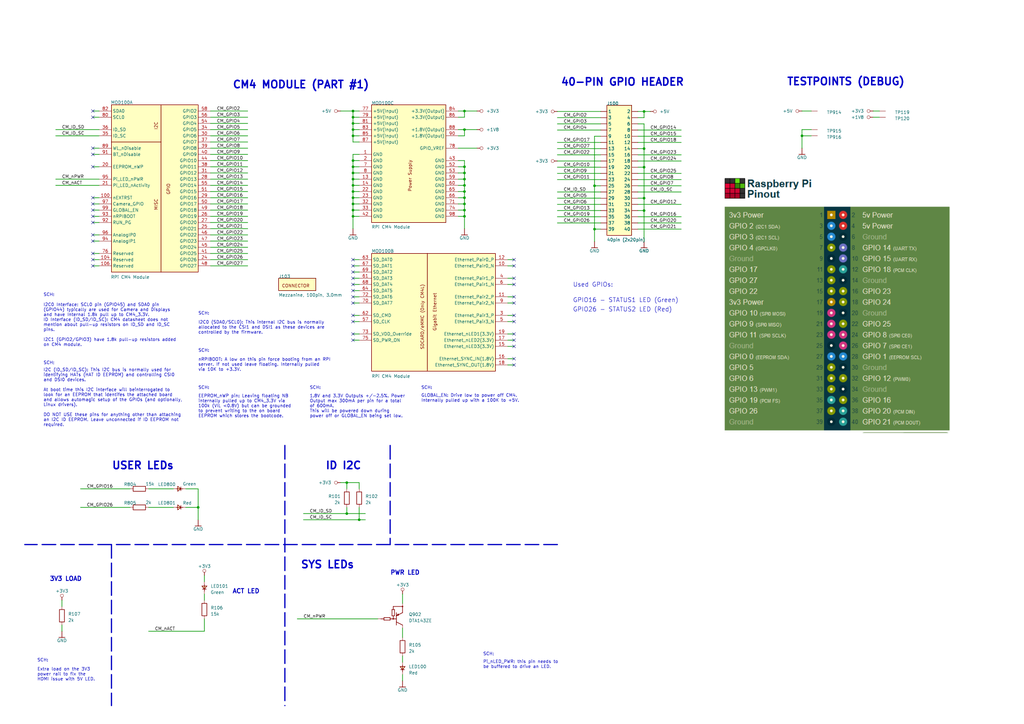
<source format=kicad_sch>
(kicad_sch (version 20211123) (generator eeschema)
  (paper "A3")
  (title_block (title "Compute Module 4 (CM4)"))
  (lib_symbols
    (symbol "PineBerry_V1.0-altium-import:+1V8" (power)
      (property "Reference" "#PWR" (at 0 0 0))
      (property "Value" "+1V8" (at 0 3.81 0))
      (symbol "+1V8_0_0"
        (pin power_in line (at 0 0 0) (length 0) hide (name "+1V8") (number ""))
      )
    )
    (symbol "PineBerry_V1.0-altium-import:+3V3" (power)
      (property "Reference" "#PWR" (at 0 0 0))
      (property "Value" "+3V3" (at 0 3.81 0))
      (symbol "+3V3_0_0"
        (pin power_in line (at 0 0 0) (length 0) hide (name "+3V3") (number ""))
      )
    )
    (symbol "PineBerry_V1.0-altium-import:+5V" (power)
      (property "Reference" "#PWR" (at 0 0 0))
      (property "Value" "+5V" (at 0 3.81 0))
      (symbol "+5V_0_0"
        (pin power_in line (at 0 0 0) (length 0) hide (name "+5V") (number ""))
      )
    )
    (symbol "PineBerry_V1.0-altium-import:0_BOM_CON"
      (property "Value" "0_BOM_CON" (at 0 0 0))
      (symbol "0_BOM_CON_1_0"
        (text "CONNECTOR" (at 1.27 -3.81 0) (effects (font (size 1.27 1.27)) (justify left bottom)))
      )
    )
    (symbol "PineBerry_V1.0-altium-import:0_CON_2X20_ROW"
      (property "Value" "0_CON_2X20_ROW" (at 0 0 0))
      (symbol "0_CON_2X20_ROW_1_0"
        (pin passive line (at -2.54 -2.54 0) (length 2.54) (name "1") (number "1"))
        (pin passive line (at 12.7 -12.7 180) (length 2.54) (name "10") (number "10"))
        (pin passive line (at -2.54 -15.24 0) (length 2.54) (name "11") (number "11"))
        (pin passive line (at 12.7 -15.24 180) (length 2.54) (name "12") (number "12"))
        (pin passive line (at -2.54 -17.78 0) (length 2.54) (name "13") (number "13"))
        (pin passive line (at 12.7 -17.78 180) (length 2.54) (name "14") (number "14"))
        (pin passive line (at -2.54 -20.32 0) (length 2.54) (name "15") (number "15"))
        (pin passive line (at 12.7 -20.32 180) (length 2.54) (name "16") (number "16"))
        (pin passive line (at -2.54 -22.86 0) (length 2.54) (name "17") (number "17"))
        (pin passive line (at 12.7 -22.86 180) (length 2.54) (name "18") (number "18"))
        (pin passive line (at -2.54 -25.4 0) (length 2.54) (name "19") (number "19"))
        (pin passive line (at 12.7 -2.54 180) (length 2.54) (name "2") (number "2"))
        (pin passive line (at 12.7 -25.4 180) (length 2.54) (name "20") (number "20"))
        (pin passive line (at -2.54 -27.94 0) (length 2.54) (name "21") (number "21"))
        (pin passive line (at 12.7 -27.94 180) (length 2.54) (name "22") (number "22"))
        (pin passive line (at -2.54 -30.48 0) (length 2.54) (name "23") (number "23"))
        (pin passive line (at 12.7 -30.48 180) (length 2.54) (name "24") (number "24"))
        (pin passive line (at -2.54 -33.02 0) (length 2.54) (name "25") (number "25"))
        (pin passive line (at 12.7 -33.02 180) (length 2.54) (name "26") (number "26"))
        (pin passive line (at -2.54 -35.56 0) (length 2.54) (name "27") (number "27"))
        (pin passive line (at 12.7 -35.56 180) (length 2.54) (name "28") (number "28"))
        (pin passive line (at -2.54 -38.1 0) (length 2.54) (name "29") (number "29"))
        (pin passive line (at -2.54 -5.08 0) (length 2.54) (name "3") (number "3"))
        (pin passive line (at 12.7 -38.1 180) (length 2.54) (name "30") (number "30"))
        (pin passive line (at -2.54 -40.64 0) (length 2.54) (name "31") (number "31"))
        (pin passive line (at 12.7 -40.64 180) (length 2.54) (name "32") (number "32"))
        (pin passive line (at -2.54 -43.18 0) (length 2.54) (name "33") (number "33"))
        (pin passive line (at 12.7 -43.18 180) (length 2.54) (name "34") (number "34"))
        (pin passive line (at -2.54 -45.72 0) (length 2.54) (name "35") (number "35"))
        (pin passive line (at 12.7 -45.72 180) (length 2.54) (name "36") (number "36"))
        (pin passive line (at -2.54 -48.26 0) (length 2.54) (name "37") (number "37"))
        (pin passive line (at 12.7 -48.26 180) (length 2.54) (name "38") (number "38"))
        (pin passive line (at -2.54 -50.8 0) (length 2.54) (name "39") (number "39"))
        (pin passive line (at 12.7 -5.08 180) (length 2.54) (name "4") (number "4"))
        (pin passive line (at 12.7 -50.8 180) (length 2.54) (name "40") (number "40"))
        (pin passive line (at -2.54 -7.62 0) (length 2.54) (name "5") (number "5"))
        (pin passive line (at 12.7 -7.62 180) (length 2.54) (name "6") (number "6"))
        (pin passive line (at -2.54 -10.16 0) (length 2.54) (name "7") (number "7"))
        (pin passive line (at 12.7 -10.16 180) (length 2.54) (name "8") (number "8"))
        (pin passive line (at -2.54 -12.7 0) (length 2.54) (name "9") (number "9"))
      )
    )
    (symbol "PineBerry_V1.0-altium-import:0_MOD_RPI_CM4_VAR3_CON1"
      (property "Value" "0_MOD_RPI_CM4_VAR3_CON1" (at 0 0 0))
      (symbol "0_MOD_RPI_CM4_VAR3_CON1_1_0"
        (text "GPIO" (at 24.13 -36.83 900) (effects (font (size 1.27 1.27)) (justify left bottom)))
        (text "I2C" (at 19.05 -10.16 900) (effects (font (size 1.27 1.27)) (justify left bottom)))
        (text "MISC" (at 19.05 -43.18 900) (effects (font (size 1.27 1.27)) (justify left bottom)))
        (pin output line (at -5.08 -38.1 0) (length 5.08) (name "nEXTRST") (number "100"))
        (pin passive line (at -5.08 -63.5 0) (length 5.08) (name "Reserved") (number "104"))
        (pin passive line (at -5.08 -66.04 0) (length 5.08) (name "Reserved") (number "106"))
        (pin input line (at -5.08 -25.4 0) (length 5.08) (name "EEPROM_nWP") (number "20"))
        (pin output line (at -5.08 -33.02 0) (length 5.08) (name "Pi_LED_nActivity") (number "21"))
        (pin bidirectional line (at 40.64 -63.5 180) (length 5.08) (name "GPIO26") (number "24"))
        (pin bidirectional line (at 40.64 -50.8 180) (length 5.08) (name "GPIO21") (number "25"))
        (pin bidirectional line (at 40.64 -45.72 180) (length 5.08) (name "GPIO19") (number "26"))
        (pin bidirectional line (at 40.64 -48.26 180) (length 5.08) (name "GPIO20") (number "27"))
        (pin bidirectional line (at 40.64 -30.48 180) (length 5.08) (name "GPIO13") (number "28"))
        (pin bidirectional line (at 40.64 -38.1 180) (length 5.08) (name "GPIO16") (number "29"))
        (pin bidirectional line (at 40.64 -12.7 180) (length 5.08) (name "GPIO6") (number "30"))
        (pin bidirectional line (at 40.64 -27.94 180) (length 5.08) (name "GPIO12") (number "31"))
        (pin bidirectional line (at 40.64 -10.16 180) (length 5.08) (name "GPIO5") (number "34"))
        (pin bidirectional line (at -5.08 -12.7 0) (length 5.08) (name "ID_SC") (number "35"))
        (pin bidirectional line (at -5.08 -10.16 0) (length 5.08) (name "ID_SD") (number "36"))
        (pin bidirectional line (at 40.64 -15.24 180) (length 5.08) (name "GPIO7") (number "37"))
        (pin bidirectional line (at 40.64 -25.4 180) (length 5.08) (name "GPIO11") (number "38"))
        (pin bidirectional line (at 40.64 -17.78 180) (length 5.08) (name "GPIO8") (number "39"))
        (pin bidirectional line (at 40.64 -20.32 180) (length 5.08) (name "GPIO9") (number "40"))
        (pin bidirectional line (at 40.64 -60.96 180) (length 5.08) (name "GPIO25") (number "41"))
        (pin bidirectional line (at 40.64 -22.86 180) (length 5.08) (name "GPIO10") (number "44"))
        (pin bidirectional line (at 40.64 -58.42 180) (length 5.08) (name "GPIO24") (number "45"))
        (pin bidirectional line (at 40.64 -53.34 180) (length 5.08) (name "GPIO22") (number "46"))
        (pin bidirectional line (at 40.64 -55.88 180) (length 5.08) (name "GPIO23") (number "47"))
        (pin bidirectional line (at 40.64 -66.04 180) (length 5.08) (name "GPIO27") (number "48"))
        (pin bidirectional line (at 40.64 -43.18 180) (length 5.08) (name "GPIO18") (number "49"))
        (pin bidirectional line (at 40.64 -40.64 180) (length 5.08) (name "GPIO17") (number "50"))
        (pin bidirectional line (at 40.64 -35.56 180) (length 5.08) (name "GPIO15") (number "51"))
        (pin bidirectional line (at 40.64 -7.62 180) (length 5.08) (name "GPIO4") (number "54"))
        (pin bidirectional line (at 40.64 -33.02 180) (length 5.08) (name "GPIO14") (number "55"))
        (pin bidirectional line (at 40.64 -5.08 180) (length 5.08) (name "GPIO3") (number "56"))
        (pin bidirectional line (at 40.64 -2.54 180) (length 5.08) (name "GPIO2") (number "58"))
        (pin passive line (at -5.08 -60.96 0) (length 5.08) (name "Reserved") (number "76"))
        (pin bidirectional line (at -5.08 -5.08 0) (length 5.08) (name "SCL0") (number "80"))
        (pin bidirectional line (at -5.08 -2.54 0) (length 5.08) (name "SDA0") (number "82"))
        (pin input line (at -5.08 -17.78 0) (length 5.08) (name "WL_nDisable") (number "89"))
        (pin input line (at -5.08 -20.32 0) (length 5.08) (name "BT_nDisable") (number "91"))
        (pin bidirectional line (at -5.08 -48.26 0) (length 5.08) (name "RUN_PG") (number "92"))
        (pin input line (at -5.08 -45.72 0) (length 5.08) (name "nRPIBOOT") (number "93"))
        (pin input line (at -5.08 -55.88 0) (length 5.08) (name "AnalogIP1") (number "94"))
        (pin output line (at -5.08 -30.48 0) (length 5.08) (name "Pi_LED_nPWR") (number "95"))
        (pin input line (at -5.08 -53.34 0) (length 5.08) (name "AnalogIP0") (number "96"))
        (pin bidirectional line (at -5.08 -40.64 0) (length 5.08) (name "Camera_GPIO") (number "97"))
        (pin input line (at -5.08 -43.18 0) (length 5.08) (name "GLOBAL_EN") (number "99"))
      )
      (symbol "0_MOD_RPI_CM4_VAR3_CON1_2_0"
        (text "Gigabit Ethernet" (at 26.67 -31.75 900) (effects (font (size 1.27 1.27)) (justify left bottom)))
        (text "SDCARD/eMMC (Only CM4L)" (at 21.59 -39.37 900) (effects (font (size 1.27 1.27)) (justify left bottom)))
        (pin bidirectional line (at 55.88 -5.08 180) (length 5.08) (name "Ethernet_Pair0_N") (number "10"))
        (pin bidirectional line (at 55.88 -17.78 180) (length 5.08) (name "Ethernet_Pair2_P") (number "11"))
        (pin bidirectional line (at 55.88 -2.54 180) (length 5.08) (name "Ethernet_Pair0_P") (number "12"))
        (pin output line (at 55.88 -38.1 180) (length 5.08) (name "Ethernet_nLED3(3.3V)") (number "15"))
        (pin input line (at 55.88 -43.18 180) (length 5.08) (name "Ethernet_SYNC_IN(1.8V)") (number "16"))
        (pin output line (at 55.88 -35.56 180) (length 5.08) (name "Ethernet_nLED2(3.3V)") (number "17"))
        (pin output line (at 55.88 -45.72 180) (length 5.08) (name "Ethernet_SYNC_OUT(1.8V)") (number "18"))
        (pin output line (at 55.88 -33.02 180) (length 5.08) (name "Ethernet_nLED1(3.3V)") (number "19"))
        (pin bidirectional line (at 55.88 -25.4 180) (length 5.08) (name "Ethernet_Pair3_P") (number "3"))
        (pin bidirectional line (at 55.88 -10.16 180) (length 5.08) (name "Ethernet_Pair1_P") (number "4"))
        (pin bidirectional line (at 55.88 -27.94 180) (length 5.08) (name "Ethernet_Pair3_N") (number "5"))
        (pin output line (at -5.08 -27.94 0) (length 5.08) (name "SD_CLK") (number "57"))
        (pin bidirectional line (at 55.88 -12.7 180) (length 5.08) (name "Ethernet_Pair1_N") (number "6"))
        (pin bidirectional line (at -5.08 -10.16 0) (length 5.08) (name "SD_DAT3") (number "61"))
        (pin output line (at -5.08 -25.4 0) (length 5.08) (name "SD_CMD") (number "62"))
        (pin bidirectional line (at -5.08 -2.54 0) (length 5.08) (name "SD_DAT0") (number "63"))
        (pin bidirectional line (at -5.08 -15.24 0) (length 5.08) (name "SD_DAT5") (number "64"))
        (pin bidirectional line (at -5.08 -5.08 0) (length 5.08) (name "SD_DAT1") (number "67"))
        (pin bidirectional line (at -5.08 -12.7 0) (length 5.08) (name "SD_DAT4") (number "68"))
        (pin bidirectional line (at -5.08 -7.62 0) (length 5.08) (name "SD_DAT2") (number "69"))
        (pin bidirectional line (at -5.08 -20.32 0) (length 5.08) (name "SD_DAT7") (number "70"))
        (pin bidirectional line (at -5.08 -17.78 0) (length 5.08) (name "SD_DAT6") (number "72"))
        (pin input line (at -5.08 -33.02 0) (length 5.08) (name "SD_VDD_Override") (number "73"))
        (pin output line (at -5.08 -35.56 0) (length 5.08) (name "SD_PWR_ON") (number "75"))
        (pin bidirectional line (at 55.88 -20.32 180) (length 5.08) (name "Ethernet_Pair2_N") (number "9"))
      )
      (symbol "0_MOD_RPI_CM4_VAR3_CON1_3_0"
        (text "Power Supply" (at 16.51 -35.56 900) (effects (font (size 1.27 1.27)) (justify left bottom)))
        (pin power_in line (at -5.08 -20.32 0) (length 5.08) (name "GND") (number "1"))
        (pin power_in line (at -5.08 -30.48 0) (length 5.08) (name "GND") (number "13"))
        (pin power_in line (at -5.08 -33.02 0) (length 5.08) (name "GND") (number "14"))
        (pin power_in line (at -5.08 -22.86 0) (length 5.08) (name "GND") (number "2"))
        (pin power_in line (at -5.08 -35.56 0) (length 5.08) (name "GND") (number "22"))
        (pin power_in line (at -5.08 -38.1 0) (length 5.08) (name "GND") (number "23"))
        (pin power_in line (at -5.08 -40.64 0) (length 5.08) (name "GND") (number "32"))
        (pin power_in line (at -5.08 -43.18 0) (length 5.08) (name "GND") (number "33"))
        (pin power_in line (at -5.08 -45.72 0) (length 5.08) (name "GND") (number "42"))
        (pin power_in line (at 35.56 -22.86 180) (length 5.08) (name "GND") (number "43"))
        (pin power_in line (at 35.56 -25.4 180) (length 5.08) (name "GND") (number "52"))
        (pin power_in line (at 35.56 -27.94 180) (length 5.08) (name "GND") (number "53"))
        (pin power_in line (at 35.56 -30.48 180) (length 5.08) (name "GND") (number "59"))
        (pin power_in line (at 35.56 -33.02 180) (length 5.08) (name "GND") (number "60"))
        (pin power_in line (at 35.56 -35.56 180) (length 5.08) (name "GND") (number "65"))
        (pin power_in line (at 35.56 -38.1 180) (length 5.08) (name "GND") (number "66"))
        (pin power_in line (at -5.08 -25.4 0) (length 5.08) (name "GND") (number "7"))
        (pin power_in line (at 35.56 -40.64 180) (length 5.08) (name "GND") (number "71"))
        (pin power_in line (at 35.56 -43.18 180) (length 5.08) (name "GND") (number "74"))
        (pin power_in line (at -5.08 -2.54 0) (length 5.08) (name "+5V(Input)") (number "77"))
        (pin input line (at 35.56 -17.78 180) (length 5.08) (name "GPIO_VREF") (number "78"))
        (pin power_in line (at -5.08 -5.08 0) (length 5.08) (name "+5V(Input)") (number "79"))
        (pin power_in line (at -5.08 -27.94 0) (length 5.08) (name "GND") (number "8"))
        (pin power_in line (at -5.08 -7.62 0) (length 5.08) (name "+5V(Input)") (number "81"))
        (pin power_in line (at -5.08 -10.16 0) (length 5.08) (name "+5V(Input)") (number "83"))
        (pin power_in line (at 35.56 -2.54 180) (length 5.08) (name "+3.3V(Output)") (number "84"))
        (pin power_in line (at -5.08 -12.7 0) (length 5.08) (name "+5V(Input)") (number "85"))
        (pin power_in line (at 35.56 -5.08 180) (length 5.08) (name "+3.3V(Output)") (number "86"))
        (pin power_in line (at -5.08 -15.24 0) (length 5.08) (name "+5V(Input)") (number "87"))
        (pin power_in line (at 35.56 -10.16 180) (length 5.08) (name "+1.8V(Output)") (number "88"))
        (pin power_in line (at 35.56 -12.7 180) (length 5.08) (name "+1.8V(Output)") (number "90"))
        (pin power_in line (at 35.56 -45.72 180) (length 5.08) (name "GND") (number "98"))
      )
    )
    (symbol "PineBerry_V1.0-altium-import:0_PCB_TP_ICT"
      (property "Value" "0_PCB_TP_ICT" (at 0 0 0))
      (symbol "0_PCB_TP_ICT_1_0"
        (pin passive line (at 0 0 0) (length 2.54) (name "1") (number "1"))
      )
    )
    (symbol "PineBerry_V1.0-altium-import:0_RES"
      (property "Value" "0_RES" (at 0 0 0))
      (symbol "0_RES_1_0"
        (pin passive line (at 0 0 0) (length 1.27) (name "1") (number "1"))
        (pin passive line (at 7.62 0 180) (length 1.27) (name "2") (number "2"))
      )
    )
    (symbol "PineBerry_V1.0-altium-import:1_DIO_LED_GRN"
      (property "Value" "1_DIO_LED_GRN" (at 0 0 0))
      (symbol "1_DIO_LED_GRN_1_0"
        (pin passive line (at 0 0 90) (length 1.27) (name "1") (number "1"))
        (pin passive line (at 0 5.08 270) (length 1.27) (name "2") (number "2"))
      )
    )
    (symbol "PineBerry_V1.0-altium-import:1_DIO_LED_RED"
      (property "Value" "1_DIO_LED_RED" (at 0 0 0))
      (symbol "1_DIO_LED_RED_1_0"
        (pin passive line (at 0 0 90) (length 1.27) (name "1") (number "1"))
        (pin passive line (at 0 5.08 270) (length 1.27) (name "2") (number "2"))
      )
    )
    (symbol "PineBerry_V1.0-altium-import:1_RES"
      (property "Value" "1_RES" (at 0 0 0))
      (symbol "1_RES_1_0"
        (pin passive line (at 0 0 90) (length 1.27) (name "1") (number "1"))
        (pin passive line (at 0 7.62 270) (length 1.27) (name "2") (number "2"))
      )
    )
    (symbol "PineBerry_V1.0-altium-import:2_DIO_LED_GRN"
      (property "Value" "2_DIO_LED_GRN" (at 0 0 0))
      (symbol "2_DIO_LED_GRN_1_0"
        (pin passive line (at 0 0 180) (length 1.27) (name "1") (number "1"))
        (pin passive line (at -5.08 0 0) (length 1.27) (name "2") (number "2"))
      )
    )
    (symbol "PineBerry_V1.0-altium-import:2_DIO_LED_RED"
      (property "Value" "2_DIO_LED_RED" (at 0 0 0))
      (symbol "2_DIO_LED_RED_1_0"
        (pin passive line (at 0 0 180) (length 1.27) (name "1") (number "1"))
        (pin passive line (at -5.08 0 0) (length 1.27) (name "2") (number "2"))
      )
    )
    (symbol "PineBerry_V1.0-altium-import:2_mirrored_TRA_BJT_PNP_DIG_ONS_DTA143ZE"
      (property "Value" "2_mirrored_TRA_BJT_PNP_DIG_ONS_DTA143ZE" (at 0 0 0))
      (symbol "2_mirrored_TRA_BJT_PNP_DIG_ONS_DTA143ZE_1_0"
        (pin passive line (at 0 3.81 0) (length 1.27) (name "B") (number "1"))
        (pin passive line (at 10.16 10.16 270) (length 1.27) (name "E") (number "2"))
        (pin passive line (at 10.16 0 90) (length 1.27) (name "C") (number "3"))
      )
    )
    (symbol "PineBerry_V1.0-altium-import:GND" (power)
      (property "Reference" "#PWR" (at 0 0 0))
      (property "Value" "GND" (at 0 3.81 0))
      (symbol "GND_0_0"
        (pin power_in line (at 0 0 0) (length 0) hide (name "GND") (number ""))
      )
    )
  )
  (junction (at 142.24 197.9422))
  (junction (at 190.5 73.4822))
  (junction (at 190.5 78.5622))
  (junction (at 142.24 210.6422))
  (junction (at 144.78 81.1022))
  (junction (at 144.78 50.6222))
  (junction (at 190.5 53.1622))
  (junction (at 243.84 76.2))
  (junction (at 144.78 70.9422))
  (junction (at 144.78 68.4022))
  (junction (at 190.5 45.5422))
  (junction (at 144.78 55.7022))
  (junction (at 264.16 60.96))
  (junction (at 144.78 88.7222))
  (junction (at 190.5 68.4022))
  (junction (at 144.78 48.0822))
  (junction (at 328.93 55.7022))
  (junction (at 144.78 83.6422))
  (junction (at 144.78 76.0222))
  (junction (at 190.5 70.9422))
  (junction (at 144.78 73.4822))
  (junction (at 144.78 65.8622))
  (junction (at 264.16 86.36))
  (junction (at 144.78 78.5622))
  (junction (at 243.84 93.98))
  (junction (at 190.5 76.0222))
  (junction (at 264.16 68.58))
  (junction (at 190.5 88.7222))
  (junction (at 190.5 83.6422))
  (junction (at 144.78 45.5422))
  (junction (at 264.16 81.28))
  (junction (at 144.78 86.1822))
  (junction (at 81.28 208.1022))
  (junction (at 264.16 45.72))
  (junction (at 144.78 53.1622))
  (junction (at 147.32 213.1822))
  (junction (at 190.5 81.1022))
  (junction (at 190.5 86.1822))
  (no_connect (at 210.82 116.6622))
  (no_connect (at 210.82 106.5022))
  (no_connect (at 144.78 116.6622))
  (no_connect (at 210.82 142.0622))
  (no_connect (at 38.1 88.7222))
  (no_connect (at 38.1 96.3422))
  (no_connect (at 210.82 129.3622))
  (no_connect (at 210.82 114.1222))
  (no_connect (at 38.1 45.5422))
  (no_connect (at 144.78 139.5222))
  (no_connect (at 38.1 106.5022))
  (no_connect (at 144.78 129.3622))
  (no_connect (at 144.78 121.7422))
  (no_connect (at 210.82 139.5222))
  (no_connect (at 210.82 109.0422))
  (no_connect (at 144.78 119.2022))
  (no_connect (at 38.1 60.7822))
  (no_connect (at 210.82 149.6822))
  (no_connect (at 144.78 114.1222))
  (no_connect (at 38.1 81.1022))
  (no_connect (at 210.82 136.9822))
  (no_connect (at 38.1 48.0822))
  (no_connect (at 144.78 131.9022))
  (no_connect (at 38.1 91.2622))
  (no_connect (at 144.78 109.0422))
  (no_connect (at 144.78 111.5822))
  (no_connect (at 210.82 121.7422))
  (no_connect (at 210.82 147.1422))
  (no_connect (at 38.1 103.9622))
  (no_connect (at 38.1 98.8822))
  (no_connect (at 144.78 124.2822))
  (no_connect (at 38.1 63.3222))
  (no_connect (at 144.78 136.9822))
  (no_connect (at 38.1 86.1822))
  (no_connect (at 210.82 124.2822))
  (no_connect (at 38.1 68.4022))
  (no_connect (at 38.1 109.0422))
  (no_connect (at 144.78 106.5022))
  (no_connect (at 38.1 83.6422))
  (no_connect (at 210.82 131.9022))
  (wire (pts (xy 279.4 66.04) (xy 261.62 66.04)) (stroke (width 0.254)))
  (wire (pts (xy 264.16 50.8) (xy 264.16 60.96)) (stroke (width 0.254)))
  (wire (pts (xy 208.28 114.1222) (xy 210.82 114.1222)) (stroke (width 0.254)))
  (wire (pts (xy 147.32 129.3622) (xy 144.78 129.3622)) (stroke (width 0.254)))
  (wire (pts (xy 279.4 88.9) (xy 261.62 88.9)) (stroke (width 0.254)))
  (wire (pts (xy 187.96 81.1022) (xy 190.5 81.1022)) (stroke (width 0.254)))
  (wire (pts (xy 328.93 53.1622) (xy 328.93 55.7022)) (stroke (width 0.254)))
  (wire (pts (xy 40.64 55.7022) (xy 22.86 55.7022)) (stroke (width 0.254)))
  (wire (pts (xy 53.34 208.1022) (xy 33.02 208.1022)) (stroke (width 0.254)))
  (wire (pts (xy 190.5 53.1622) (xy 187.96 53.1622)) (stroke (width 0.254)))
  (wire (pts (xy 208.28 131.9022) (xy 210.82 131.9022)) (stroke (width 0.254)))
  (wire (pts (xy 142.24 208.1022) (xy 142.24 210.6422)) (stroke (width 0.254)))
  (wire (pts (xy 208.28 106.5022) (xy 210.82 106.5022)) (stroke (width 0.254)))
  (wire (pts (xy 101.6 50.6222) (xy 86.36 50.6222)) (stroke (width 0.254)))
  (wire (pts (xy 187.96 83.6422) (xy 190.5 83.6422)) (stroke (width 0.254)))
  (wire (pts (xy 195.58 53.1622) (xy 190.5 53.1622)) (stroke (width 0.254)))
  (wire (pts (xy 147.32 213.1822) (xy 149.86 213.1822)) (stroke (width 0.254)))
  (wire (pts (xy 76.2 208.1022) (xy 81.28 208.1022)) (stroke (width 0.254)))
  (wire (pts (xy 144.78 70.9422) (xy 144.78 73.4822)) (stroke (width 0.254)))
  (wire (pts (xy 147.32 124.2822) (xy 144.78 124.2822)) (stroke (width 0.254)))
  (wire (pts (xy 190.5 83.6422) (xy 190.5 86.1822)) (stroke (width 0.254)))
  (wire (pts (xy 261.62 48.26) (xy 264.16 48.26)) (stroke (width 0.254)))
  (wire (pts (xy 40.64 81.1022) (xy 38.1 81.1022)) (stroke (width 0.254)))
  (wire (pts (xy 187.96 76.0222) (xy 190.5 76.0222)) (stroke (width 0.254)))
  (wire (pts (xy 279.4 91.44) (xy 261.62 91.44)) (stroke (width 0.254)))
  (wire (pts (xy 101.6 86.1822) (xy 86.36 86.1822)) (stroke (width 0.254)))
  (wire (pts (xy 190.5 73.4822) (xy 190.5 76.0222)) (stroke (width 0.254)))
  (wire (pts (xy 246.38 58.42) (xy 228.6 58.42)) (stroke (width 0.254)))
  (wire (pts (xy 243.84 93.98) (xy 243.84 99.06)) (stroke (width 0.254)))
  (wire (pts (xy 147.32 106.5022) (xy 144.78 106.5022)) (stroke (width 0.254)))
  (wire (pts (xy 187.96 68.4022) (xy 190.5 68.4022)) (stroke (width 0.254)))
  (wire (pts (xy 147.32 208.1022) (xy 147.32 213.1822)) (stroke (width 0.254)))
  (wire (pts (xy 279.4 73.66) (xy 261.62 73.66)) (stroke (width 0.254)))
  (wire (pts (xy 190.5 88.7222) (xy 190.5 93.8022)) (stroke (width 0.254)))
  (wire (pts (xy 101.6 106.5022) (xy 86.36 106.5022)) (stroke (width 0.254)))
  (wire (pts (xy 360.68 45.5422) (xy 358.14 45.5422)) (stroke (width 0.254)))
  (wire (pts (xy 208.28 142.0622) (xy 210.82 142.0622)) (stroke (width 0.254)))
  (wire (pts (xy 208.28 147.1422) (xy 210.82 147.1422)) (stroke (width 0.254)))
  (wire (pts (xy 83.82 258.9022) (xy 60.96 258.9022)) (stroke (width 0.254)))
  (wire (pts (xy 243.84 55.88) (xy 243.84 76.2)) (stroke (width 0.254)))
  (polyline (pts (xy 228.6 223.3422) (xy 114.3 223.3422)) (stroke (width 0.508)))
  (wire (pts (xy 264.16 45.72) (xy 261.62 45.72)) (stroke (width 0.254)))
  (wire (pts (xy 147.32 136.9822) (xy 144.78 136.9822)) (stroke (width 0.254)))
  (wire (pts (xy 101.6 68.4022) (xy 86.36 68.4022)) (stroke (width 0.254)))
  (wire (pts (xy 40.64 98.8822) (xy 38.1 98.8822)) (stroke (width 0.254)))
  (wire (pts (xy 147.32 121.7422) (xy 144.78 121.7422)) (stroke (width 0.254)))
  (wire (pts (xy 144.78 58.2422) (xy 144.78 55.7022)) (stroke (width 0.254)))
  (wire (pts (xy 40.64 45.5422) (xy 38.1 45.5422)) (stroke (width 0.254)))
  (wire (pts (xy 142.24 210.6422) (xy 149.86 210.6422)) (stroke (width 0.254)))
  (wire (pts (xy 40.64 53.1622) (xy 22.86 53.1622)) (stroke (width 0.254)))
  (wire (pts (xy 246.38 81.28) (xy 228.6 81.28)) (stroke (width 0.254)))
  (wire (pts (xy 190.5 48.0822) (xy 190.5 45.5422)) (stroke (width 0.254)))
  (wire (pts (xy 142.24 197.9422) (xy 139.7 197.9422)) (stroke (width 0.254)))
  (wire (pts (xy 101.6 65.8622) (xy 86.36 65.8622)) (stroke (width 0.254)))
  (wire (pts (xy 147.32 78.5622) (xy 144.78 78.5622)) (stroke (width 0.254)))
  (wire (pts (xy 246.38 53.34) (xy 228.6 53.34)) (stroke (width 0.254)))
  (wire (pts (xy 40.64 91.2622) (xy 38.1 91.2622)) (stroke (width 0.254)))
  (wire (pts (xy 101.6 45.5422) (xy 86.36 45.5422)) (stroke (width 0.254)))
  (wire (pts (xy 208.28 109.0422) (xy 210.82 109.0422)) (stroke (width 0.254)))
  (wire (pts (xy 147.32 111.5822) (xy 144.78 111.5822)) (stroke (width 0.254)))
  (wire (pts (xy 246.38 50.8) (xy 228.6 50.8)) (stroke (width 0.254)))
  (wire (pts (xy 187.96 88.7222) (xy 190.5 88.7222)) (stroke (width 0.254)))
  (wire (pts (xy 279.4 71.12) (xy 261.62 71.12)) (stroke (width 0.254)))
  (wire (pts (xy 147.32 116.6622) (xy 144.78 116.6622)) (stroke (width 0.254)))
  (wire (pts (xy 187.96 70.9422) (xy 190.5 70.9422)) (stroke (width 0.254)))
  (wire (pts (xy 208.28 116.6622) (xy 210.82 116.6622)) (stroke (width 0.254)))
  (wire (pts (xy 101.6 98.8822) (xy 86.36 98.8822)) (stroke (width 0.254)))
  (wire (pts (xy 144.78 55.7022) (xy 144.78 53.1622)) (stroke (width 0.254)))
  (wire (pts (xy 144.78 65.8622) (xy 144.78 68.4022)) (stroke (width 0.254)))
  (wire (pts (xy 246.38 45.72) (xy 228.6 45.72)) (stroke (width 0.254)))
  (wire (pts (xy 147.32 58.2422) (xy 144.78 58.2422)) (stroke (width 0.254)))
  (wire (pts (xy 165.1 247.4722) (xy 165.1 243.6622)) (stroke (width 0.254)))
  (wire (pts (xy 190.5 81.1022) (xy 190.5 83.6422)) (stroke (width 0.254)))
  (wire (pts (xy 246.38 91.44) (xy 228.6 91.44)) (stroke (width 0.254)))
  (wire (pts (xy 40.64 73.4822) (xy 22.86 73.4822)) (stroke (width 0.254)))
  (wire (pts (xy 60.96 208.1022) (xy 71.12 208.1022)) (stroke (width 0.254)))
  (wire (pts (xy 261.62 60.96) (xy 264.16 60.96)) (stroke (width 0.254)))
  (wire (pts (xy 60.96 200.4822) (xy 71.12 200.4822)) (stroke (width 0.254)))
  (wire (pts (xy 40.64 96.3422) (xy 38.1 96.3422)) (stroke (width 0.254)))
  (wire (pts (xy 101.6 88.7222) (xy 86.36 88.7222)) (stroke (width 0.254)))
  (wire (pts (xy 279.4 63.5) (xy 261.62 63.5)) (stroke (width 0.254)))
  (wire (pts (xy 147.32 50.6222) (xy 144.78 50.6222)) (stroke (width 0.254)))
  (wire (pts (xy 261.62 68.58) (xy 264.16 68.58)) (stroke (width 0.254)))
  (wire (pts (xy 154.94 253.8222) (xy 121.92 253.8222)) (stroke (width 0.254)))
  (wire (pts (xy 81.28 208.1022) (xy 81.28 213.1822)) (stroke (width 0.254)))
  (wire (pts (xy 279.4 53.34) (xy 261.62 53.34)) (stroke (width 0.254)))
  (wire (pts (xy 332.74 45.5422) (xy 328.93 45.5422)) (stroke (width 0.254)))
  (wire (pts (xy 124.46 213.1822) (xy 147.32 213.1822)) (stroke (width 0.254)))
  (wire (pts (xy 147.32 200.4822) (xy 147.32 197.9422)) (stroke (width 0.254)))
  (wire (pts (xy 246.38 86.36) (xy 228.6 86.36)) (stroke (width 0.254)))
  (wire (pts (xy 208.28 121.7422) (xy 210.82 121.7422)) (stroke (width 0.254)))
  (wire (pts (xy 144.78 76.0222) (xy 144.78 78.5622)) (stroke (width 0.254)))
  (wire (pts (xy 147.32 114.1222) (xy 144.78 114.1222)) (stroke (width 0.254)))
  (wire (pts (xy 101.6 96.3422) (xy 86.36 96.3422)) (stroke (width 0.254)))
  (wire (pts (xy 147.32 55.7022) (xy 144.78 55.7022)) (stroke (width 0.254)))
  (wire (pts (xy 40.64 68.4022) (xy 38.1 68.4022)) (stroke (width 0.254)))
  (wire (pts (xy 147.32 139.5222) (xy 144.78 139.5222)) (stroke (width 0.254)))
  (wire (pts (xy 261.62 50.8) (xy 264.16 50.8)) (stroke (width 0.254)))
  (wire (pts (xy 328.93 55.7022) (xy 328.93 60.7822)) (stroke (width 0.254)))
  (wire (pts (xy 101.6 101.4222) (xy 86.36 101.4222)) (stroke (width 0.254)))
  (wire (pts (xy 279.4 78.74) (xy 261.62 78.74)) (stroke (width 0.254)))
  (wire (pts (xy 190.5 68.4022) (xy 190.5 70.9422)) (stroke (width 0.254)))
  (wire (pts (xy 246.38 60.96) (xy 228.6 60.96)) (stroke (width 0.254)))
  (wire (pts (xy 264.16 81.28) (xy 264.16 86.36)) (stroke (width 0.254)))
  (wire (pts (xy 190.5 76.0222) (xy 190.5 78.5622)) (stroke (width 0.254)))
  (wire (pts (xy 165.1 279.2222) (xy 165.1 276.6822)) (stroke (width 0.254)))
  (wire (pts (xy 264.16 60.96) (xy 264.16 68.58)) (stroke (width 0.254)))
  (wire (pts (xy 264.16 45.72) (xy 266.7 45.72)) (stroke (width 0.254)))
  (wire (pts (xy 246.38 76.2) (xy 243.84 76.2)) (stroke (width 0.254)))
  (wire (pts (xy 144.78 53.1622) (xy 144.78 50.6222)) (stroke (width 0.254)))
  (wire (pts (xy 165.1 257.6322) (xy 165.1 261.4422)) (stroke (width 0.254)))
  (wire (pts (xy 187.96 45.5422) (xy 190.5 45.5422)) (stroke (width 0.254)))
  (wire (pts (xy 101.6 81.1022) (xy 86.36 81.1022)) (stroke (width 0.254)))
  (wire (pts (xy 208.28 129.3622) (xy 210.82 129.3622)) (stroke (width 0.254)))
  (wire (pts (xy 147.32 131.9022) (xy 144.78 131.9022)) (stroke (width 0.254)))
  (wire (pts (xy 279.4 83.82) (xy 261.62 83.82)) (stroke (width 0.254)))
  (wire (pts (xy 261.62 86.36) (xy 264.16 86.36)) (stroke (width 0.254)))
  (wire (pts (xy 144.78 50.6222) (xy 144.78 48.0822)) (stroke (width 0.254)))
  (wire (pts (xy 147.32 88.7222) (xy 144.78 88.7222)) (stroke (width 0.254)))
  (wire (pts (xy 147.32 81.1022) (xy 144.78 81.1022)) (stroke (width 0.254)))
  (wire (pts (xy 144.78 45.5422) (xy 139.7 45.5422)) (stroke (width 0.254)))
  (wire (pts (xy 246.38 83.82) (xy 228.6 83.82)) (stroke (width 0.254)))
  (wire (pts (xy 144.78 48.0822) (xy 144.78 45.5422)) (stroke (width 0.254)))
  (wire (pts (xy 25.4 258.9022) (xy 25.4 256.3622)) (stroke (width 0.254)))
  (wire (pts (xy 279.4 76.2) (xy 261.62 76.2)) (stroke (width 0.254)))
  (wire (pts (xy 246.38 68.58) (xy 228.6 68.58)) (stroke (width 0.254)))
  (wire (pts (xy 246.38 55.88) (xy 243.84 55.88)) (stroke (width 0.254)))
  (wire (pts (xy 332.74 55.7022) (xy 328.93 55.7022)) (stroke (width 0.254)))
  (wire (pts (xy 144.78 78.5622) (xy 144.78 81.1022)) (stroke (width 0.254)))
  (wire (pts (xy 83.82 238.5822) (xy 83.82 236.0422)) (stroke (width 0.254)))
  (wire (pts (xy 187.96 48.0822) (xy 190.5 48.0822)) (stroke (width 0.254)))
  (wire (pts (xy 147.32 73.4822) (xy 144.78 73.4822)) (stroke (width 0.254)))
  (wire (pts (xy 190.5 70.9422) (xy 190.5 73.4822)) (stroke (width 0.254)))
  (wire (pts (xy 147.32 65.8622) (xy 144.78 65.8622)) (stroke (width 0.254)))
  (wire (pts (xy 190.5 78.5622) (xy 190.5 81.1022)) (stroke (width 0.254)))
  (wire (pts (xy 101.6 91.2622) (xy 86.36 91.2622)) (stroke (width 0.254)))
  (wire (pts (xy 144.78 63.3222) (xy 144.78 65.8622)) (stroke (width 0.254)))
  (wire (pts (xy 246.38 88.9) (xy 228.6 88.9)) (stroke (width 0.254)))
  (wire (pts (xy 190.5 45.5422) (xy 195.58 45.5422)) (stroke (width 0.254)))
  (polyline (pts (xy 116.84 182.7022) (xy 116.84 289.3822)) (stroke (width 0.508)))
  (wire (pts (xy 147.32 76.0222) (xy 144.78 76.0222)) (stroke (width 0.254)))
  (wire (pts (xy 264.16 48.26) (xy 264.16 45.72)) (stroke (width 0.254)))
  (wire (pts (xy 208.28 139.5222) (xy 210.82 139.5222)) (stroke (width 0.254)))
  (wire (pts (xy 53.34 200.4822) (xy 33.02 200.4822)) (stroke (width 0.254)))
  (wire (pts (xy 190.5 55.7022) (xy 190.5 53.1622)) (stroke (width 0.254)))
  (wire (pts (xy 101.6 48.0822) (xy 86.36 48.0822)) (stroke (width 0.254)))
  (wire (pts (xy 246.38 63.5) (xy 228.6 63.5)) (stroke (width 0.254)))
  (wire (pts (xy 144.78 88.7222) (xy 144.78 93.8022)) (stroke (width 0.254)))
  (wire (pts (xy 279.4 93.98) (xy 261.62 93.98)) (stroke (width 0.254)))
  (wire (pts (xy 147.32 68.4022) (xy 144.78 68.4022)) (stroke (width 0.254)))
  (wire (pts (xy 187.96 78.5622) (xy 190.5 78.5622)) (stroke (width 0.254)))
  (wire (pts (xy 246.38 71.12) (xy 228.6 71.12)) (stroke (width 0.254)))
  (wire (pts (xy 40.64 106.5022) (xy 38.1 106.5022)) (stroke (width 0.254)))
  (wire (pts (xy 40.64 103.9622) (xy 38.1 103.9622)) (stroke (width 0.254)))
  (wire (pts (xy 187.96 55.7022) (xy 190.5 55.7022)) (stroke (width 0.254)))
  (wire (pts (xy 208.28 124.2822) (xy 210.82 124.2822)) (stroke (width 0.254)))
  (wire (pts (xy 246.38 66.04) (xy 228.6 66.04)) (stroke (width 0.254)))
  (wire (pts (xy 261.62 81.28) (xy 264.16 81.28)) (stroke (width 0.254)))
  (wire (pts (xy 40.64 63.3222) (xy 38.1 63.3222)) (stroke (width 0.254)))
  (wire (pts (xy 147.32 109.0422) (xy 144.78 109.0422)) (stroke (width 0.254)))
  (wire (pts (xy 101.6 53.1622) (xy 86.36 53.1622)) (stroke (width 0.254)))
  (wire (pts (xy 208.28 136.9822) (xy 210.82 136.9822)) (stroke (width 0.254)))
  (wire (pts (xy 279.4 55.88) (xy 261.62 55.88)) (stroke (width 0.254)))
  (wire (pts (xy 195.58 60.7822) (xy 187.96 60.7822)) (stroke (width 0.254)))
  (wire (pts (xy 144.78 86.1822) (xy 144.78 88.7222)) (stroke (width 0.254)))
  (wire (pts (xy 101.6 93.8022) (xy 86.36 93.8022)) (stroke (width 0.254)))
  (wire (pts (xy 187.96 73.4822) (xy 190.5 73.4822)) (stroke (width 0.254)))
  (wire (pts (xy 40.64 88.7222) (xy 38.1 88.7222)) (stroke (width 0.254)))
  (wire (pts (xy 83.82 253.8222) (xy 83.82 258.9022)) (stroke (width 0.254)))
  (wire (pts (xy 147.32 45.5422) (xy 144.78 45.5422)) (stroke (width 0.254)))
  (wire (pts (xy 147.32 70.9422) (xy 144.78 70.9422)) (stroke (width 0.254)))
  (wire (pts (xy 40.64 60.7822) (xy 38.1 60.7822)) (stroke (width 0.254)))
  (wire (pts (xy 101.6 109.0422) (xy 86.36 109.0422)) (stroke (width 0.254)))
  (wire (pts (xy 101.6 73.4822) (xy 86.36 73.4822)) (stroke (width 0.254)))
  (wire (pts (xy 76.2 200.4822) (xy 81.28 200.4822)) (stroke (width 0.254)))
  (wire (pts (xy 40.64 109.0422) (xy 38.1 109.0422)) (stroke (width 0.254)))
  (polyline (pts (xy 114.3 223.3422) (xy 10.16 223.3422)) (stroke (width 0.508)))
  (wire (pts (xy 144.78 81.1022) (xy 144.78 83.6422)) (stroke (width 0.254)))
  (wire (pts (xy 246.38 78.74) (xy 228.6 78.74)) (stroke (width 0.254)))
  (wire (pts (xy 142.24 197.9422) (xy 142.24 200.4822)) (stroke (width 0.254)))
  (wire (pts (xy 144.78 73.4822) (xy 144.78 76.0222)) (stroke (width 0.254)))
  (wire (pts (xy 246.38 73.66) (xy 228.6 73.66)) (stroke (width 0.254)))
  (wire (pts (xy 101.6 60.7822) (xy 86.36 60.7822)) (stroke (width 0.254)))
  (wire (pts (xy 187.96 86.1822) (xy 190.5 86.1822)) (stroke (width 0.254)))
  (wire (pts (xy 101.6 76.0222) (xy 86.36 76.0222)) (stroke (width 0.254)))
  (wire (pts (xy 40.64 86.1822) (xy 38.1 86.1822)) (stroke (width 0.254)))
  (wire (pts (xy 25.4 248.7422) (xy 25.4 246.2022)) (stroke (width 0.254)))
  (wire (pts (xy 279.4 58.42) (xy 261.62 58.42)) (stroke (width 0.254)))
  (polyline (pts (xy 45.72 223.3422) (xy 45.72 289.3822)) (stroke (width 0.508)))
  (wire (pts (xy 147.32 48.0822) (xy 144.78 48.0822)) (stroke (width 0.254)))
  (wire (pts (xy 147.32 197.9422) (xy 142.24 197.9422)) (stroke (width 0.254)))
  (wire (pts (xy 147.32 53.1622) (xy 144.78 53.1622)) (stroke (width 0.254)))
  (wire (pts (xy 187.96 65.8622) (xy 190.5 65.8622)) (stroke (width 0.254)))
  (polyline (pts (xy 160.02 182.7022) (xy 160.02 223.3422)) (stroke (width 0.508)))
  (wire (pts (xy 190.5 65.8622) (xy 190.5 68.4022)) (stroke (width 0.254)))
  (wire (pts (xy 40.64 76.0222) (xy 22.86 76.0222)) (stroke (width 0.254)))
  (wire (pts (xy 101.6 83.6422) (xy 86.36 83.6422)) (stroke (width 0.254)))
  (wire (pts (xy 144.78 68.4022) (xy 144.78 70.9422)) (stroke (width 0.254)))
  (wire (pts (xy 101.6 55.7022) (xy 86.36 55.7022)) (stroke (width 0.254)))
  (wire (pts (xy 101.6 63.3222) (xy 86.36 63.3222)) (stroke (width 0.254)))
  (wire (pts (xy 101.6 103.9622) (xy 86.36 103.9622)) (stroke (width 0.254)))
  (wire (pts (xy 332.74 53.1622) (xy 328.93 53.1622)) (stroke (width 0.254)))
  (wire (pts (xy 264.16 86.36) (xy 264.16 99.06)) (stroke (width 0.254)))
  (wire (pts (xy 246.38 93.98) (xy 243.84 93.98)) (stroke (width 0.254)))
  (wire (pts (xy 40.64 83.6422) (xy 38.1 83.6422)) (stroke (width 0.254)))
  (wire (pts (xy 40.64 48.0822) (xy 38.1 48.0822)) (stroke (width 0.254)))
  (wire (pts (xy 83.82 243.6622) (xy 83.82 246.2022)) (stroke (width 0.254)))
  (wire (pts (xy 147.32 83.6422) (xy 144.78 83.6422)) (stroke (width 0.254)))
  (wire (pts (xy 264.16 68.58) (xy 264.16 81.28)) (stroke (width 0.254)))
  (wire (pts (xy 360.68 48.0822) (xy 358.14 48.0822)) (stroke (width 0.254)))
  (wire (pts (xy 124.46 210.6422) (xy 142.24 210.6422)) (stroke (width 0.254)))
  (wire (pts (xy 246.38 48.26) (xy 228.6 48.26)) (stroke (width 0.254)))
  (wire (pts (xy 208.28 149.6822) (xy 210.82 149.6822)) (stroke (width 0.254)))
  (wire (pts (xy 101.6 58.2422) (xy 86.36 58.2422)) (stroke (width 0.254)))
  (wire (pts (xy 81.28 200.4822) (xy 81.28 208.1022)) (stroke (width 0.254)))
  (wire (pts (xy 165.1 269.0622) (xy 165.1 271.6022)) (stroke (width 0.254)))
  (wire (pts (xy 243.84 76.2) (xy 243.84 93.98)) (stroke (width 0.254)))
  (wire (pts (xy 190.5 86.1822) (xy 190.5 88.7222)) (stroke (width 0.254)))
  (wire (pts (xy 101.6 70.9422) (xy 86.36 70.9422)) (stroke (width 0.254)))
  (wire (pts (xy 147.32 63.3222) (xy 144.78 63.3222)) (stroke (width 0.254)))
  (wire (pts (xy 101.6 78.5622) (xy 86.36 78.5622)) (stroke (width 0.254)))
  (wire (pts (xy 144.78 83.6422) (xy 144.78 86.1822)) (stroke (width 0.254)))
  (wire (pts (xy 147.32 86.1822) (xy 144.78 86.1822)) (stroke (width 0.254)))
  (wire (pts (xy 147.32 119.2022) (xy 144.78 119.2022)) (stroke (width 0.254)))
  (image (at 342.265 125.1603) (scale 2.19727))
  (text "ACT LED" (at 95.25 243.6622 180) (effects (font (size 1.778 1.778) bold) (justify left bottom)))
  (text "PWR LED" (at 160.02 236.0422 180) (effects (font (size 1.778 1.778) bold) (justify left bottom)))
  (text "SYS LEDs" (at 123.19 233.5022 180) (effects (font (size 3.048 3.048) bold) (justify left bottom)))
  (text "USER LEDs" (at 45.72 192.8622 180) (effects (font (size 3.048 3.048) bold) (justify left bottom)))
  (text "SCH:" (at 17.78 149.6822 180) (effects (font (size 1.27 1.27)) (justify left bottom)))
  (text "GLOBAL_EN: Drive low to power off CM4.\nInternally pulled up with a 100K to +5V." (at 172.72 165.1 0) (effects (font (size 1.27 1.27)) (justify left bottom)))
  (text "Pi_nLED_PWR: this pin needs to\nbe buffered to drive an LED." (at 198.12 274.32 0) (effects (font (size 1.27 1.27)) (justify left bottom)))
  (text "EEPROM_nWP pin: Leaving floating NB\ninternally pulled up to CM4_3.3V via\n100k (VIL <0.8V) but can be grounded\nto prevent writing to the on board\nEEPROM which stores the bootcode." (at 81.28 171.45 0) (effects (font (size 1.27 1.27)) (justify left bottom)))
  (text "40-PIN GPIO HEADER" (at 229.87 35.56 180) (effects (font (size 3.048 3.048) bold) (justify left bottom)))
  (text "TESTPOINTS (DEBUG)" (at 322.58 35.3822 180) (effects (font (size 3.048 3.048) bold) (justify left bottom)))
  (text "GPIO26 - STATUS2 LED (Red)" (at 234.95 128.0922 180) (effects (font (size 1.778 1.778)) (justify left bottom)))
  (text "SCH:" (at 15.24 271.6022 180) (effects (font (size 1.27 1.27)) (justify left bottom)))
  (text "nRPIBOOT: A low on this pin force booting from an RPI\nserver. If not used leave floating. Internally pulled\nvia 10K to +3.3V." (at 81.28 152.4 0) (effects (font (size 1.27 1.27)) (justify left bottom)))
  (text "Used GPIOs:" (at 234.95 117.9322 180) (effects (font (size 1.778 1.778)) (justify left bottom)))
  (text "3V3 LOAD" (at 20.32 238.5822 180) (effects (font (size 1.778 1.778) bold) (justify left bottom)))
  (text "I2C (ID_SD/ID_SC): This I2C bus is normally used for\nidentifying HATs (HAT ID EEPROM) and controlling CSI0\nand DSI0 devices.\n\nAt boot time this I2C interface will beinterrogated to\nlook for an EEPROM that identifes the attached board\nand allows automagic setup of the GPIOs (and optionally,\nLinux drivers).\n\nDO NOT USE these pins for anything other than attaching\nan I2C ID EEPROM. Leave unconnected if ID EEPROM not\nrequired." (at 17.78 175.0822 0) (effects (font (size 1.27 1.27)) (justify left bottom)))
  (text "I2C0 Interface: SCL0 pin (GPIO45) and SDA0 pin\n(GPIO44) typically are used for Camera and Displays\nand have Internal 1.8k pull up to CM4_3.3V.\nID Interface (ID_SD/ID_SC): CM4 datasheet does not\nmention about pull-up resistors on ID_SD and ID_SC\npins.\n\nI2C1 (GPIO2/GPIO3) have 1.8k pull-up resistors added\non CM4 module." (at 17.78 142.24 0) (effects (font (size 1.27 1.27)) (justify left bottom)))
  (text "ID I2C" (at 133.35 192.8622 180) (effects (font (size 3.048 3.048) bold) (justify left bottom)))
  (text "GPIO16 - STATUS1 LED (Green)" (at 234.95 124.2822 180) (effects (font (size 1.778 1.778)) (justify left bottom)))
  (text "SCH:" (at 172.72 159.8422 180) (effects (font (size 1.27 1.27)) (justify left bottom)))
  (text "CM4 MODULE (PART #1)" (at 95.25 36.6522 180) (effects (font (size 3.048 3.048) bold) (justify left bottom)))
  (text "Extra load on the 3V3\npower rail to fix the\nHDMI issue with 5V LED." (at 15.24 279.4 0) (effects (font (size 1.27 1.27)) (justify left bottom)))
  (text "1.8V and 3.3V Outputs +/-2.5%. Power\nOutput max 300mA per pin for a total\nof 600mA.\nThis will be powered down during\npower off or GLOBAL_EN being set low." (at 127 171.45 0) (effects (font (size 1.27 1.27)) (justify left bottom)))
  (text "SCH:" (at 81.28 144.6022 180) (effects (font (size 1.27 1.27)) (justify left bottom)))
  (text "SCH:" (at 198.12 269.0622 180) (effects (font (size 1.27 1.27)) (justify left bottom)))
  (text "I2C0 (SDA0/SCL0): This internal I2C bus is normally\nallocated to the CSI1 and DSI1 as these devices are\ncontrolled by the firmware." (at 81.28 137.16 0) (effects (font (size 1.27 1.27)) (justify left bottom)))
  (text "SCH:" (at 81.28 129.3622 180) (effects (font (size 1.27 1.27)) (justify left bottom)))
  (text "SCH:" (at 17.78 121.7422 180) (effects (font (size 1.27 1.27)) (justify left bottom)))
  (text "SCH:" (at 81.28 159.8422 180) (effects (font (size 1.27 1.27)) (justify left bottom)))
  (text "SCH:" (at 127 159.8422 180) (effects (font (size 1.27 1.27)) (justify left bottom)))
  (label "CM_GPIO7" (at 88.9 58.2422 0))
  (label "CM_GPIO27" (at 88.9 109.0422 0))
  (label "CM_ID_SC" (at 266.7 78.74 0))
  (label "CM_GPIO16" (at 35.56 200.4822 0))
  (label "CM_GPIO27" (at 231.14 60.96 0))
  (label "CM_GPIO9" (at 88.9 63.3222 0))
  (label "CM_GPIO12" (at 88.9 70.9422 0))
  (label "CM_GPIO6" (at 231.14 83.82 0))
  (label "CM_nACT" (at 25.4 76.0222 0))
  (label "CM_ID_SC" (at 25.4 55.7022 0))
  (label "CM_GPIO8" (at 88.9 60.7822 0))
  (label "CM_GPIO15" (at 266.7 55.88 0))
  (label "CM_GPIO19" (at 231.14 88.9 0))
  (label "CM_GPIO23" (at 266.7 63.5 0))
  (label "CM_GPIO2" (at 231.14 48.26 0))
  (label "CM_GPIO10" (at 88.9 65.8622 0))
  (label "CM_GPIO26" (at 231.14 91.44 0))
  (label "CM_GPIO22" (at 231.14 63.5 0))
  (label "CM_GPIO26" (at 88.9 106.5022 0))
  (label "CM_GPIO24" (at 266.7 66.04 0))
  (label "CM_GPIO5" (at 88.9 53.1622 0))
  (label "CM_GPIO17" (at 88.9 83.6422 0))
  (label "CM_GPIO21" (at 88.9 93.8022 0))
  (label "CM_GPIO21" (at 266.7 93.98 0))
  (label "CM_GPIO23" (at 88.9 98.8822 0))
  (label "CM_GPIO25" (at 88.9 103.9622 0))
  (label "CM_GPIO14" (at 266.7 53.34 0))
  (label "CM_GPIO16" (at 266.7 88.9 0))
  (label "CM_GPIO7" (at 266.7 76.2 0))
  (label "CM_GPIO9" (at 231.14 71.12 0))
  (label "CM_GPIO14" (at 88.9 76.0222 0))
  (label "CM_GPIO26" (at 35.56 208.1022 0))
  (label "CM_nPWR" (at 25.4 73.4822 0))
  (label "CM_GPIO6" (at 88.9 55.7022 0))
  (label "CM_GPIO20" (at 266.7 91.44 0))
  (label "CM_GPIO20" (at 88.9 91.2622 0))
  (label "CM_GPIO18" (at 266.7 58.42 0))
  (label "CM_GPIO4" (at 231.14 53.34 0))
  (label "CM_ID_SD" (at 127 210.6422 0))
  (label "CM_GPIO19" (at 88.9 88.7222 0))
  (label "CM_GPIO3" (at 88.9 48.0822 0))
  (label "CM_GPIO11" (at 88.9 68.4022 0))
  (label "CM_GPIO12" (at 266.7 83.82 0))
  (label "CM_GPIO13" (at 231.14 86.36 0))
  (label "CM_ID_SD" (at 231.14 78.74 0))
  (label "CM_GPIO18" (at 88.9 86.1822 0))
  (label "CM_nACT" (at 63.5 258.9022 0))
  (label "CM_GPIO3" (at 231.14 50.8 0))
  (label "CM_GPIO16" (at 88.9 81.1022 0))
  (label "CM_nPWR" (at 124.46 253.8222 0))
  (label "CM_GPIO2" (at 88.9 45.5422 0))
  (label "CM_ID_SC" (at 127 213.1822 0))
  (label "CM_GPIO4" (at 88.9 50.6222 0))
  (label "CM_GPIO22" (at 88.9 96.3422 0))
  (label "CM_GPIO17" (at 231.14 58.42 0))
  (label "CM_GPIO11" (at 231.14 73.66 0))
  (label "CM_GPIO24" (at 88.9 101.4222 0))
  (label "CM_GPIO15" (at 88.9 78.5622 0))
  (label "CM_GPIO10" (at 231.14 68.58 0))
  (label "CM_GPIO5" (at 231.14 81.28 0))
  (label "CM_GPIO8" (at 266.7 73.66 0))
  (label "CM_ID_SD" (at 25.4 53.1622 0))
  (label "CM_GPIO25" (at 266.7 71.12 0))
  (label "CM_GPIO13" (at 88.9 73.4822 0))
  (symbol (lib_id "PineBerry_V1.0-altium-import:+3V3") (at 195.58 45.5422 90) (unit 1)
    (property "Reference" "#PWR?" (effects hide))
    (property "Value" "+3V3" (at 199.39 45.5422 90) (effects (justify right)))
  )
  (symbol (lib_id "PineBerry_V1.0-altium-import:0_MOD_RPI_CM4_VAR3_CON1") (at 152.4 43.0022 0) (unit 3)
    (property "Reference" "MOD100" (at 152.4 43.0022 0) (effects (justify left bottom)))
    (property "Value" "${ALTIUM_VALUE}" (at 152.4 93.8022 0) (effects (justify left bottom)))
    (property "Footprint" "MOD_RPI_CM4_P40_C300_CON1" (effects hide))
    (property "COMPONENT SUBTYPE" "Raspberry Pi CM4" (effects hide))
    (property "COMPONENT TYPE" "PCB Module" (effects hide))
    (property "MANUFACTURER" "Raspberry Pi Foundation" (effects hide))
    (property "MOUNTING TYPE" "-" (effects hide))
    (property "MPN" "CM4 Module" (effects hide))
    (property "SUPPLIER" "?" (effects hide))
    (property "ALTIUM_VALUE" "RPi CM4 Module" (effects hide))
  )
  (symbol (lib_id "PineBerry_V1.0-altium-import:2_DIO_LED_RED") (at 76.2 208.1022 0) (unit 1)
    (property "Reference" "LED801" (at 64.77 207.01 0) (effects (justify left bottom)))
    (property "Value" "${ALTIUM_VALUE}" (at 74.93 207.01 0) (effects (justify left bottom)))
    (property "Footprint" "LED_0805_RED_R" (effects hide))
    (property "ALTIUM_VALUE" "Red" (effects hide))
    (property "MANUFACTURER" "Foshan NationStar Optoelectronics" (effects hide))
    (property "MPN" "NCD0805R1" (effects hide))
    (property "COMPONENT SUBTYPE" "LED Diode" (effects hide))
    (property "COMPONENT TYPE" "LED" (effects hide))
    (property "MOUNTING TYPE" "SMD" (effects hide))
    (property "PACKAGE (CASE)" "0805 (2012)" (effects hide))
    (property "SUPPLIER" "LCSC" (effects hide))
  )
  (symbol (lib_id "PineBerry_V1.0-altium-import:GND") (at 165.1 279.2222 0) (unit 1)
    (property "Reference" "#PWR?" (effects hide))
    (property "Value" "GND" (at 165.1 283.0322 0))
  )
  (symbol (lib_id "PineBerry_V1.0-altium-import:+3V3") (at 228.6 45.72 270) (unit 1)
    (property "Reference" "#PWR?" (effects hide))
    (property "Value" "+3V3" (at 224.79 45.72 90) (effects (justify right)))
  )
  (symbol (lib_id "PineBerry_V1.0-altium-import:+3V3") (at 25.4 246.2022 180) (unit 1)
    (property "Reference" "#PWR?" (effects hide))
    (property "Value" "+3V3" (at 25.4 242.3922 0))
  )
  (symbol (lib_id "PineBerry_V1.0-altium-import:+5V") (at 266.7 45.72 90) (unit 1)
    (property "Reference" "#PWR?" (effects hide))
    (property "Value" "+5V" (at 270.51 45.72 90) (effects (justify right)))
  )
  (symbol (lib_id "PineBerry_V1.0-altium-import:GND") (at 190.5 93.8022 0) (unit 1)
    (property "Reference" "#PWR?" (effects hide))
    (property "Value" "GND" (at 190.5 97.6122 0))
  )
  (symbol (lib_id "PineBerry_V1.0-altium-import:+3V3") (at 83.82 236.0422 180) (unit 1)
    (property "Reference" "#PWR?" (effects hide))
    (property "Value" "+3V3" (at 83.82 232.2322 0))
  )
  (symbol (lib_id "PineBerry_V1.0-altium-import:GND") (at 328.93 60.7822 0) (unit 1)
    (property "Reference" "#PWR?" (effects hide))
    (property "Value" "GND" (at 328.93 64.5922 0))
  )
  (symbol (lib_id "PineBerry_V1.0-altium-import:GND") (at 25.4 258.9022 0) (unit 1)
    (property "Reference" "#PWR?" (effects hide))
    (property "Value" "GND" (at 25.4 262.7122 0))
  )
  (symbol (lib_id "PineBerry_V1.0-altium-import:2_mirrored_TRA_BJT_PNP_DIG_ONS_DTA143ZE") (at 154.94 257.6322 0) (unit 1)
    (property "Reference" "Q902" (at 167.64 252.73 0) (effects (justify left bottom)))
    (property "Value" "${ALTIUM_VALUE}" (at 167.64 255.27 0) (effects (justify left bottom)))
    (property "Footprint" "PKG_SOT523_SC75_SOT416_P100_R" (effects hide))
    (property "COMPONENT TYPE" "Transistor" (effects hide))
    (property "MANUFACTURER" "On Semiconductor" (effects hide))
    (property "MOUNTING TYPE" "SMD" (effects hide))
    (property "MPN" "DTA143ZET1G" (effects hide))
    (property "ALTIUM_VALUE" "DTA143ZE" (effects hide))
  )
  (symbol (lib_id "PineBerry_V1.0-altium-import:GND") (at 144.78 93.8022 0) (unit 1)
    (property "Reference" "#PWR?" (effects hide))
    (property "Value" "GND" (at 144.78 97.6122 0))
  )
  (symbol (lib_id "PineBerry_V1.0-altium-import:+3V3") (at 358.14 45.5422 270) (unit 1)
    (property "Reference" "#PWR?" (effects hide))
    (property "Value" "+3V3" (at 354.33 45.5422 90) (effects (justify right)))
  )
  (symbol (lib_id "PineBerry_V1.0-altium-import:0_PCB_TP_ICT") (at 332.74 53.1622 0) (unit 1)
    (property "Reference" "TP915" (at 339.09 54.4322 0) (effects (justify left bottom)))
    (property "Value" "${ALTIUM_VALUE}" (effects hide))
    (property "Footprint" "PCB_TP_ICT_100" (effects hide))
    (property "COMPONENT TYPE" "Testpoint (for ICT)" (effects hide))
    (property "MANUFACTURER" "-" (effects hide))
    (property "MOUNTING TYPE" "Non component" (effects hide))
    (property "MPN" "-" (effects hide))
    (property "SPECIFICATION" "Testpoint (for ICT), SMD pad" (effects hide))
    (property "ALTIUM_VALUE" "ICT" (effects hide))
  )
  (symbol (lib_id "PineBerry_V1.0-altium-import:0_PCB_TP_ICT") (at 360.68 45.5422 0) (unit 1)
    (property "Reference" "TP119" (at 367.03 46.8122 0) (effects (justify left bottom)))
    (property "Value" "${ALTIUM_VALUE}" (effects hide))
    (property "Footprint" "PCB_TP_ICT_100" (effects hide))
    (property "COMPONENT TYPE" "Testpoint (for ICT)" (effects hide))
    (property "MANUFACTURER" "-" (effects hide))
    (property "MOUNTING TYPE" "Non component" (effects hide))
    (property "MPN" "-" (effects hide))
    (property "SPECIFICATION" "Testpoint (for ICT), SMD pad" (effects hide))
    (property "ALTIUM_VALUE" "ICT" (effects hide))
  )
  (symbol (lib_id "PineBerry_V1.0-altium-import:GND") (at 264.16 99.06 0) (unit 1)
    (property "Reference" "#PWR?" (effects hide))
    (property "Value" "GND" (at 264.16 102.87 0))
  )
  (symbol (lib_id "PineBerry_V1.0-altium-import:0_BOM_CON") (at 114.3 114.1222 0) (unit 1)
    (property "Reference" "J103" (at 114.3 114.1222 0) (effects (justify left bottom)))
    (property "Value" "${ALTIUM_VALUE}" (at 114.3 121.7422 0) (effects (justify left bottom)))
    (property "Footprint" "PCB_BLANK_COMP_SMD" (effects hide))
    (property "MANUFACTURER" "Hirose" (effects hide))
    (property "MPN" "DF40HC(3.0)-100DS-0.4V" (effects hide))
    (property "ALTIUM_VALUE" "Mezzanine, 100pin, 3.0mm" (effects hide))
    (property "COMPONENT SUBTYPE" "Microminiature" (effects hide))
    (property "COMPONENT TYPE" "Connector" (effects hide))
    (property "MOUNTING TYPE" "SMD" (effects hide))
    (property "PACKAGE (CASE)" "SMD" (effects hide))
    (property "SUPPLIER" "?" (effects hide))
  )
  (symbol (lib_id "PineBerry_V1.0-altium-import:1_RES") (at 147.32 208.1022 0) (unit 1)
    (property "Reference" "R102" (at 149.86 204.2922 0) (effects (justify left bottom)))
    (property "Value" "${ALTIUM_VALUE}" (at 149.86 206.8322 0) (effects (justify left bottom)))
    (property "Footprint" "RES_0603_R" (effects hide))
    (property "COMPONENT TYPE" "Resistor" (effects hide))
    (property "COMPONENT SUBTYPE" "Thick Film" (effects hide))
    (property "ALTIUM_VALUE" "2k" (effects hide))
    (property "MANUFACTURER" "Yageo Corporation" (effects hide))
    (property "MPN" "TBD" (effects hide))
    (property "MOUNTING TYPE" "SMD" (effects hide))
    (property "PACKAGE (CASE)" "0603 (1608)" (effects hide))
    (property "SUPPLIER" "?" (effects hide))
  )
  (symbol (lib_id "PineBerry_V1.0-altium-import:0_RES") (at 53.34 200.4822 0) (unit 1)
    (property "Reference" "R804" (at 50.8 199.39 0) (effects (justify left bottom)))
    (property "Value" "${ALTIUM_VALUE}" (at 59.69 199.2122 0) (effects (justify left bottom)))
    (property "Footprint" "RES_0603_R" (effects hide))
    (property "COMPONENT TYPE" "Resistor" (effects hide))
    (property "COMPONENT SUBTYPE" "Thick Film" (effects hide))
    (property "ALTIUM_VALUE" "15k" (effects hide))
    (property "MANUFACTURER" "Yageo Corporation" (effects hide))
    (property "MPN" "TBD" (effects hide))
    (property "MOUNTING TYPE" "SMD" (effects hide))
    (property "PACKAGE (CASE)" "0603 (1608)" (effects hide))
    (property "SUPPLIER" "?" (effects hide))
  )
  (symbol (lib_id "PineBerry_V1.0-altium-import:+5V") (at 328.93 45.5422 270) (unit 1)
    (property "Reference" "#PWR?" (effects hide))
    (property "Value" "+5V" (at 325.12 45.5422 90) (effects (justify right)))
  )
  (symbol (lib_id "PineBerry_V1.0-altium-import:+5V") (at 139.7 45.5422 270) (unit 1)
    (property "Reference" "#PWR?" (effects hide))
    (property "Value" "+5V" (at 135.89 45.5422 90) (effects (justify right)))
  )
  (symbol (lib_id "PineBerry_V1.0-altium-import:+3V3") (at 139.7 197.9422 270) (unit 1)
    (property "Reference" "#PWR?" (effects hide))
    (property "Value" "+3V3" (at 135.89 197.9422 90) (effects (justify right)))
  )
  (symbol (lib_id "PineBerry_V1.0-altium-import:0_MOD_RPI_CM4_VAR3_CON1") (at 152.4 103.9622 0) (unit 2)
    (property "Reference" "MOD100" (at 152.4 103.7082 0) (effects (justify left bottom)))
    (property "Value" "${ALTIUM_VALUE}" (at 152.4 155.0162 0) (effects (justify left bottom)))
    (property "Footprint" "MOD_RPI_CM4_P40_C300_CON1" (effects hide))
    (property "COMPONENT SUBTYPE" "Raspberry Pi CM4" (effects hide))
    (property "COMPONENT TYPE" "PCB Module" (effects hide))
    (property "MANUFACTURER" "Raspberry Pi Foundation" (effects hide))
    (property "MOUNTING TYPE" "-" (effects hide))
    (property "MPN" "CM4 Module" (effects hide))
    (property "SUPPLIER" "?" (effects hide))
    (property "ALTIUM_VALUE" "RPi CM4 Module" (effects hide))
  )
  (symbol (lib_id "PineBerry_V1.0-altium-import:0_PCB_TP_ICT") (at 360.68 48.0822 0) (unit 1)
    (property "Reference" "TP120" (at 367.03 49.3522 0) (effects (justify left bottom)))
    (property "Value" "${ALTIUM_VALUE}" (effects hide))
    (property "Footprint" "PCB_TP_ICT_100" (effects hide))
    (property "COMPONENT TYPE" "Testpoint (for ICT)" (effects hide))
    (property "MANUFACTURER" "-" (effects hide))
    (property "MOUNTING TYPE" "Non component" (effects hide))
    (property "MPN" "-" (effects hide))
    (property "SPECIFICATION" "Testpoint (for ICT), SMD pad" (effects hide))
    (property "ALTIUM_VALUE" "ICT" (effects hide))
  )
  (symbol (lib_id "PineBerry_V1.0-altium-import:0_RES") (at 53.34 208.1022 0) (unit 1)
    (property "Reference" "R805" (at 50.8 207.01 0) (effects (justify left bottom)))
    (property "Value" "${ALTIUM_VALUE}" (at 59.69 206.8322 0) (effects (justify left bottom)))
    (property "Footprint" "RES_0603_R" (effects hide))
    (property "COMPONENT TYPE" "Resistor" (effects hide))
    (property "COMPONENT SUBTYPE" "Thick Film" (effects hide))
    (property "ALTIUM_VALUE" "2k" (effects hide))
    (property "MANUFACTURER" "Yageo Corporation" (effects hide))
    (property "MPN" "TBD" (effects hide))
    (property "MOUNTING TYPE" "SMD" (effects hide))
    (property "PACKAGE (CASE)" "0603 (1608)" (effects hide))
    (property "SUPPLIER" "?" (effects hide))
  )
  (symbol (lib_id "PineBerry_V1.0-altium-import:+3V3") (at 228.6 66.04 270) (unit 1)
    (property "Reference" "#PWR?" (effects hide))
    (property "Value" "+3V3" (at 224.79 66.04 90) (effects (justify right)))
  )
  (symbol (lib_id "PineBerry_V1.0-altium-import:+3V3") (at 195.58 60.7822 90) (unit 1)
    (property "Reference" "#PWR?" (effects hide))
    (property "Value" "+3V3" (at 199.39 60.7822 90) (effects (justify right)))
  )
  (symbol (lib_id "PineBerry_V1.0-altium-import:GND") (at 243.84 99.06 0) (unit 1)
    (property "Reference" "#PWR?" (effects hide))
    (property "Value" "GND" (at 243.84 102.87 0))
  )
  (symbol (lib_id "PineBerry_V1.0-altium-import:+1V8") (at 195.58 53.1622 90) (unit 1)
    (property "Reference" "#PWR?" (effects hide))
    (property "Value" "+1V8" (at 199.39 53.1622 90) (effects (justify right)))
  )
  (symbol (lib_id "PineBerry_V1.0-altium-import:1_DIO_LED_RED") (at 165.1 276.6822 0) (unit 1)
    (property "Reference" "LED100" (at 167.64 274.1422 0) (effects (justify left bottom)))
    (property "Value" "${ALTIUM_VALUE}" (at 167.64 276.6822 0) (effects (justify left bottom)))
    (property "Footprint" "LED_0805_RED_R" (effects hide))
    (property "ALTIUM_VALUE" "Red" (effects hide))
    (property "MANUFACTURER" "Foshan NationStar Optoelectronics" (effects hide))
    (property "MPN" "NCD0805R1" (effects hide))
    (property "COMPONENT SUBTYPE" "LED Diode" (effects hide))
    (property "COMPONENT TYPE" "LED" (effects hide))
    (property "MOUNTING TYPE" "SMD" (effects hide))
    (property "PACKAGE (CASE)" "0805 (2012)" (effects hide))
    (property "SUPPLIER" "LCSC" (effects hide))
  )
  (symbol (lib_id "PineBerry_V1.0-altium-import:1_DIO_LED_GRN") (at 83.82 243.6622 0) (unit 1)
    (property "Reference" "LED101" (at 86.36 241.1222 0) (effects (justify left bottom)))
    (property "Value" "${ALTIUM_VALUE}" (at 86.36 243.6622 0) (effects (justify left bottom)))
    (property "Footprint" "LED_0805_GRN_R" (effects hide))
    (property "ALTIUM_VALUE" "Green" (effects hide))
    (property "MANUFACTURER" "Foshan NationStar Optoelectronics" (effects hide))
    (property "MPN" "NCD0805G1" (effects hide))
    (property "COMPONENT SUBTYPE" "LED Diode" (effects hide))
    (property "COMPONENT TYPE" "LED" (effects hide))
    (property "MOUNTING TYPE" "SMD" (effects hide))
    (property "PACKAGE (CASE)" "0805 (2012)" (effects hide))
    (property "SUPPLIER" "LCSC" (effects hide))
  )
  (symbol (lib_id "PineBerry_V1.0-altium-import:0_PCB_TP_ICT") (at 332.74 45.5422 0) (unit 1)
    (property "Reference" "TP914" (at 339.09 46.8122 0) (effects (justify left bottom)))
    (property "Value" "${ALTIUM_VALUE}" (effects hide))
    (property "Footprint" "PCB_TP_ICT_100" (effects hide))
    (property "COMPONENT TYPE" "Testpoint (for ICT)" (effects hide))
    (property "MANUFACTURER" "-" (effects hide))
    (property "MOUNTING TYPE" "Non component" (effects hide))
    (property "MPN" "-" (effects hide))
    (property "SPECIFICATION" "Testpoint (for ICT), SMD pad" (effects hide))
    (property "ALTIUM_VALUE" "ICT" (effects hide))
  )
  (symbol (lib_id "PineBerry_V1.0-altium-import:1_RES") (at 25.4 256.3622 0) (unit 1)
    (property "Reference" "R107" (at 27.94 252.5522 0) (effects (justify left bottom)))
    (property "Value" "${ALTIUM_VALUE}" (at 27.94 255.0922 0) (effects (justify left bottom)))
    (property "Footprint" "RES_0603_R" (effects hide))
    (property "COMPONENT TYPE" "Resistor" (effects hide))
    (property "COMPONENT SUBTYPE" "Thick Film" (effects hide))
    (property "ALTIUM_VALUE" "2k" (effects hide))
    (property "MANUFACTURER" "Yageo Corporation" (effects hide))
    (property "MPN" "TBD" (effects hide))
    (property "MOUNTING TYPE" "SMD" (effects hide))
    (property "PACKAGE (CASE)" "0603 (1608)" (effects hide))
    (property "SUPPLIER" "?" (effects hide))
  )
  (symbol (lib_id "PineBerry_V1.0-altium-import:0_PCB_TP_ICT") (at 332.74 55.7022 0) (unit 1)
    (property "Reference" "TP916" (at 339.09 56.9722 0) (effects (justify left bottom)))
    (property "Value" "${ALTIUM_VALUE}" (effects hide))
    (property "Footprint" "PCB_TP_ICT_100" (effects hide))
    (property "COMPONENT TYPE" "Testpoint (for ICT)" (effects hide))
    (property "MANUFACTURER" "-" (effects hide))
    (property "MOUNTING TYPE" "Non component" (effects hide))
    (property "MPN" "-" (effects hide))
    (property "SPECIFICATION" "Testpoint (for ICT), SMD pad" (effects hide))
    (property "ALTIUM_VALUE" "ICT" (effects hide))
  )
  (symbol (lib_id "PineBerry_V1.0-altium-import:+1V8") (at 358.14 48.0822 270) (unit 1)
    (property "Reference" "#PWR?" (effects hide))
    (property "Value" "+1V8" (at 354.33 48.0822 90) (effects (justify right)))
  )
  (symbol (lib_id "PineBerry_V1.0-altium-import:+3V3") (at 165.1 243.6622 180) (unit 1)
    (property "Reference" "#PWR?" (effects hide))
    (property "Value" "+3V3" (at 165.1 239.8522 0))
  )
  (symbol (lib_id "PineBerry_V1.0-altium-import:0_CON_2X20_ROW") (at 248.92 43.18 0) (unit 1)
    (property "Reference" "J100" (at 248.92 43.18 0) (effects (justify left bottom)))
    (property "Value" "${ALTIUM_VALUE}" (at 248.92 99.06 0) (effects (justify left bottom)))
    (property "Footprint" "CON_HDR_P254_2X20M_STR" (effects hide))
    (property "MANUFACTURER" "GENERIC" (effects hide))
    (property "MPN" "GENERIC" (effects hide))
    (property "ALTIUM_VALUE" "40pin (2x20pin)" (effects hide))
    (property "COMPONENT SUBTYPE" "Pin Header" (effects hide))
    (property "COMPONENT TYPE" "Connector" (effects hide))
    (property "MOUNTING TYPE" "THT" (effects hide))
    (property "SUPPLIER" "?" (effects hide))
  )
  (symbol (lib_id "PineBerry_V1.0-altium-import:1_RES") (at 142.24 208.1022 0) (unit 1)
    (property "Reference" "R101" (at 134.62 204.2922 0) (effects (justify left bottom)))
    (property "Value" "${ALTIUM_VALUE}" (at 137.16 206.8322 0) (effects (justify left bottom)))
    (property "Footprint" "RES_0603_R" (effects hide))
    (property "COMPONENT TYPE" "Resistor" (effects hide))
    (property "COMPONENT SUBTYPE" "Thick Film" (effects hide))
    (property "ALTIUM_VALUE" "2k" (effects hide))
    (property "MANUFACTURER" "Yageo Corporation" (effects hide))
    (property "MPN" "TBD" (effects hide))
    (property "MOUNTING TYPE" "SMD" (effects hide))
    (property "PACKAGE (CASE)" "0603 (1608)" (effects hide))
    (property "SUPPLIER" "?" (effects hide))
  )
  (symbol (lib_id "PineBerry_V1.0-altium-import:GND") (at 81.28 213.1822 0) (unit 1)
    (property "Reference" "#PWR?" (effects hide))
    (property "Value" "GND" (at 81.28 216.9922 0))
  )
  (symbol (lib_id "PineBerry_V1.0-altium-import:1_RES") (at 83.82 253.8222 0) (unit 1)
    (property "Reference" "R106" (at 86.36 250.0122 0) (effects (justify left bottom)))
    (property "Value" "${ALTIUM_VALUE}" (at 86.36 252.5522 0) (effects (justify left bottom)))
    (property "Footprint" "RES_0603_R" (effects hide))
    (property "COMPONENT TYPE" "Resistor" (effects hide))
    (property "COMPONENT SUBTYPE" "Thick Film" (effects hide))
    (property "ALTIUM_VALUE" "15k" (effects hide))
    (property "MANUFACTURER" "Yageo Corporation" (effects hide))
    (property "MPN" "TBD" (effects hide))
    (property "MOUNTING TYPE" "SMD" (effects hide))
    (property "PACKAGE (CASE)" "0603 (1608)" (effects hide))
    (property "SUPPLIER" "?" (effects hide))
  )
  (symbol (lib_id "PineBerry_V1.0-altium-import:2_DIO_LED_GRN") (at 76.2 200.4822 0) (unit 1)
    (property "Reference" "LED800" (at 64.77 199.39 0) (effects (justify left bottom)))
    (property "Value" "${ALTIUM_VALUE}" (at 74.93 199.2122 0) (effects (justify left bottom)))
    (property "Footprint" "LED_0805_GRN_R" (effects hide))
    (property "ALTIUM_VALUE" "Green" (effects hide))
    (property "MANUFACTURER" "Foshan NationStar Optoelectronics" (effects hide))
    (property "MPN" "NCD0805G1" (effects hide))
    (property "COMPONENT SUBTYPE" "LED Diode" (effects hide))
    (property "COMPONENT TYPE" "LED" (effects hide))
    (property "MOUNTING TYPE" "SMD" (effects hide))
    (property "PACKAGE (CASE)" "0805 (2012)" (effects hide))
    (property "SUPPLIER" "LCSC" (effects hide))
  )
  (symbol (lib_id "PineBerry_V1.0-altium-import:1_RES") (at 165.1 269.0622 0) (unit 1)
    (property "Reference" "R105" (at 167.64 265.2522 0) (effects (justify left bottom)))
    (property "Value" "${ALTIUM_VALUE}" (at 167.64 267.7922 0) (effects (justify left bottom)))
    (property "Footprint" "RES_0603_R" (effects hide))
    (property "COMPONENT TYPE" "Resistor" (effects hide))
    (property "COMPONENT SUBTYPE" "Thick Film" (effects hide))
    (property "ALTIUM_VALUE" "2k" (effects hide))
    (property "MANUFACTURER" "Yageo Corporation" (effects hide))
    (property "MPN" "TBD" (effects hide))
    (property "MOUNTING TYPE" "SMD" (effects hide))
    (property "PACKAGE (CASE)" "0603 (1608)" (effects hide))
    (property "SUPPLIER" "?" (effects hide))
  )
  (symbol (lib_id "PineBerry_V1.0-altium-import:0_MOD_RPI_CM4_VAR3_CON1") (at 45.72 43.0022 0) (unit 1)
    (property "Reference" "MOD100" (at 45.466 42.7482 0) (effects (justify left bottom)))
    (property "Value" "${ALTIUM_VALUE}" (at 45.466 114.3762 0) (effects (justify left bottom)))
    (property "Footprint" "MOD_RPI_CM4_P40_C300_CON1" (effects hide))
    (property "COMPONENT SUBTYPE" "Raspberry Pi CM4" (effects hide))
    (property "COMPONENT TYPE" "PCB Module" (effects hide))
    (property "MANUFACTURER" "Raspberry Pi Foundation" (effects hide))
    (property "MOUNTING TYPE" "-" (effects hide))
    (property "MPN" "CM4 Module" (effects hide))
    (property "SUPPLIER" "?" (effects hide))
    (property "ALTIUM_VALUE" "RPi CM4 Module" (effects hide))
  )
)
</source>
